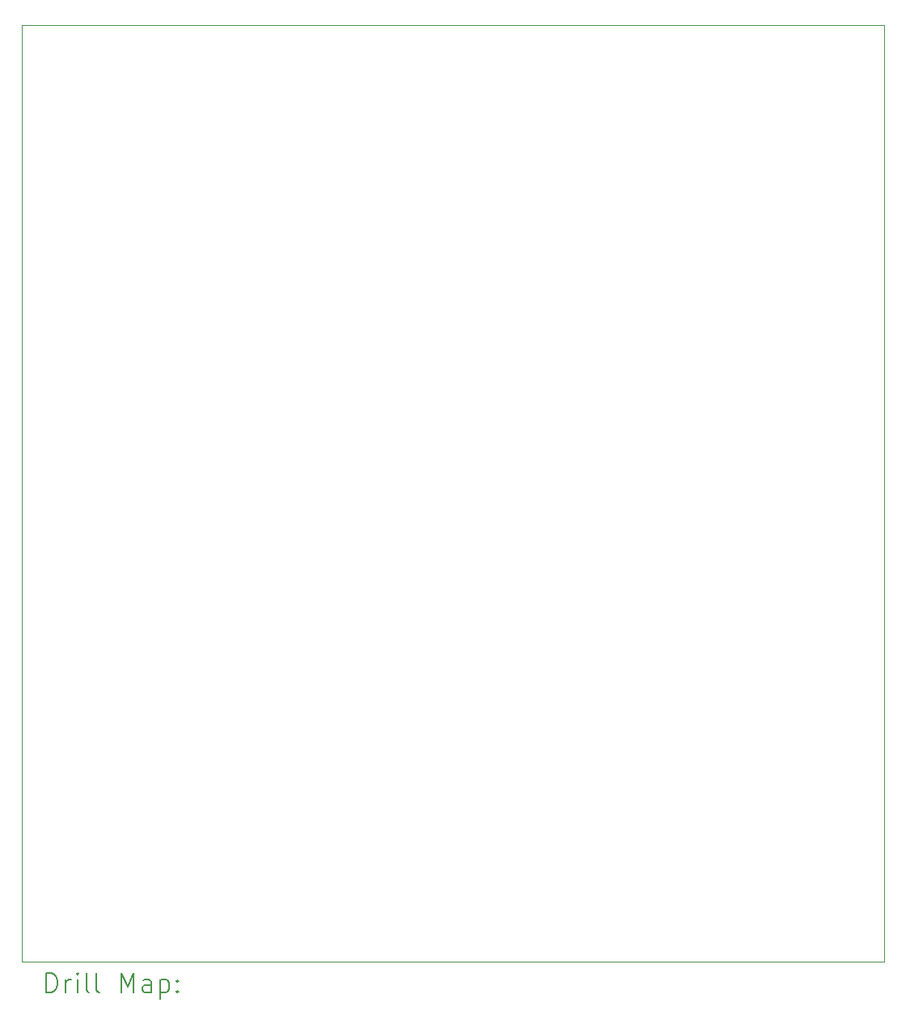
<source format=gbr>
%TF.GenerationSoftware,KiCad,Pcbnew,7.0.5*%
%TF.CreationDate,2023-08-20T17:21:51-04:00*%
%TF.ProjectId,RPi_Pico_W_A4988_control_board,5250695f-5069-4636-9f5f-575f41343938,rev?*%
%TF.SameCoordinates,Original*%
%TF.FileFunction,Drillmap*%
%TF.FilePolarity,Positive*%
%FSLAX45Y45*%
G04 Gerber Fmt 4.5, Leading zero omitted, Abs format (unit mm)*
G04 Created by KiCad (PCBNEW 7.0.5) date 2023-08-20 17:21:51*
%MOMM*%
%LPD*%
G01*
G04 APERTURE LIST*
%ADD10C,0.100000*%
%ADD11C,0.200000*%
G04 APERTURE END LIST*
D10*
X10150000Y-2800000D02*
X19175000Y-2800000D01*
X19175000Y-12600000D01*
X10150000Y-12600000D01*
X10150000Y-2800000D01*
D11*
X10405777Y-12916484D02*
X10405777Y-12716484D01*
X10405777Y-12716484D02*
X10453396Y-12716484D01*
X10453396Y-12716484D02*
X10481967Y-12726008D01*
X10481967Y-12726008D02*
X10501015Y-12745055D01*
X10501015Y-12745055D02*
X10510539Y-12764103D01*
X10510539Y-12764103D02*
X10520063Y-12802198D01*
X10520063Y-12802198D02*
X10520063Y-12830769D01*
X10520063Y-12830769D02*
X10510539Y-12868865D01*
X10510539Y-12868865D02*
X10501015Y-12887912D01*
X10501015Y-12887912D02*
X10481967Y-12906960D01*
X10481967Y-12906960D02*
X10453396Y-12916484D01*
X10453396Y-12916484D02*
X10405777Y-12916484D01*
X10605777Y-12916484D02*
X10605777Y-12783150D01*
X10605777Y-12821246D02*
X10615301Y-12802198D01*
X10615301Y-12802198D02*
X10624824Y-12792674D01*
X10624824Y-12792674D02*
X10643872Y-12783150D01*
X10643872Y-12783150D02*
X10662920Y-12783150D01*
X10729586Y-12916484D02*
X10729586Y-12783150D01*
X10729586Y-12716484D02*
X10720063Y-12726008D01*
X10720063Y-12726008D02*
X10729586Y-12735531D01*
X10729586Y-12735531D02*
X10739110Y-12726008D01*
X10739110Y-12726008D02*
X10729586Y-12716484D01*
X10729586Y-12716484D02*
X10729586Y-12735531D01*
X10853396Y-12916484D02*
X10834348Y-12906960D01*
X10834348Y-12906960D02*
X10824824Y-12887912D01*
X10824824Y-12887912D02*
X10824824Y-12716484D01*
X10958158Y-12916484D02*
X10939110Y-12906960D01*
X10939110Y-12906960D02*
X10929586Y-12887912D01*
X10929586Y-12887912D02*
X10929586Y-12716484D01*
X11186729Y-12916484D02*
X11186729Y-12716484D01*
X11186729Y-12716484D02*
X11253396Y-12859341D01*
X11253396Y-12859341D02*
X11320062Y-12716484D01*
X11320062Y-12716484D02*
X11320062Y-12916484D01*
X11501015Y-12916484D02*
X11501015Y-12811722D01*
X11501015Y-12811722D02*
X11491491Y-12792674D01*
X11491491Y-12792674D02*
X11472443Y-12783150D01*
X11472443Y-12783150D02*
X11434348Y-12783150D01*
X11434348Y-12783150D02*
X11415301Y-12792674D01*
X11501015Y-12906960D02*
X11481967Y-12916484D01*
X11481967Y-12916484D02*
X11434348Y-12916484D01*
X11434348Y-12916484D02*
X11415301Y-12906960D01*
X11415301Y-12906960D02*
X11405777Y-12887912D01*
X11405777Y-12887912D02*
X11405777Y-12868865D01*
X11405777Y-12868865D02*
X11415301Y-12849817D01*
X11415301Y-12849817D02*
X11434348Y-12840293D01*
X11434348Y-12840293D02*
X11481967Y-12840293D01*
X11481967Y-12840293D02*
X11501015Y-12830769D01*
X11596253Y-12783150D02*
X11596253Y-12983150D01*
X11596253Y-12792674D02*
X11615301Y-12783150D01*
X11615301Y-12783150D02*
X11653396Y-12783150D01*
X11653396Y-12783150D02*
X11672443Y-12792674D01*
X11672443Y-12792674D02*
X11681967Y-12802198D01*
X11681967Y-12802198D02*
X11691491Y-12821246D01*
X11691491Y-12821246D02*
X11691491Y-12878388D01*
X11691491Y-12878388D02*
X11681967Y-12897436D01*
X11681967Y-12897436D02*
X11672443Y-12906960D01*
X11672443Y-12906960D02*
X11653396Y-12916484D01*
X11653396Y-12916484D02*
X11615301Y-12916484D01*
X11615301Y-12916484D02*
X11596253Y-12906960D01*
X11777205Y-12897436D02*
X11786729Y-12906960D01*
X11786729Y-12906960D02*
X11777205Y-12916484D01*
X11777205Y-12916484D02*
X11767682Y-12906960D01*
X11767682Y-12906960D02*
X11777205Y-12897436D01*
X11777205Y-12897436D02*
X11777205Y-12916484D01*
X11777205Y-12792674D02*
X11786729Y-12802198D01*
X11786729Y-12802198D02*
X11777205Y-12811722D01*
X11777205Y-12811722D02*
X11767682Y-12802198D01*
X11767682Y-12802198D02*
X11777205Y-12792674D01*
X11777205Y-12792674D02*
X11777205Y-12811722D01*
M02*

</source>
